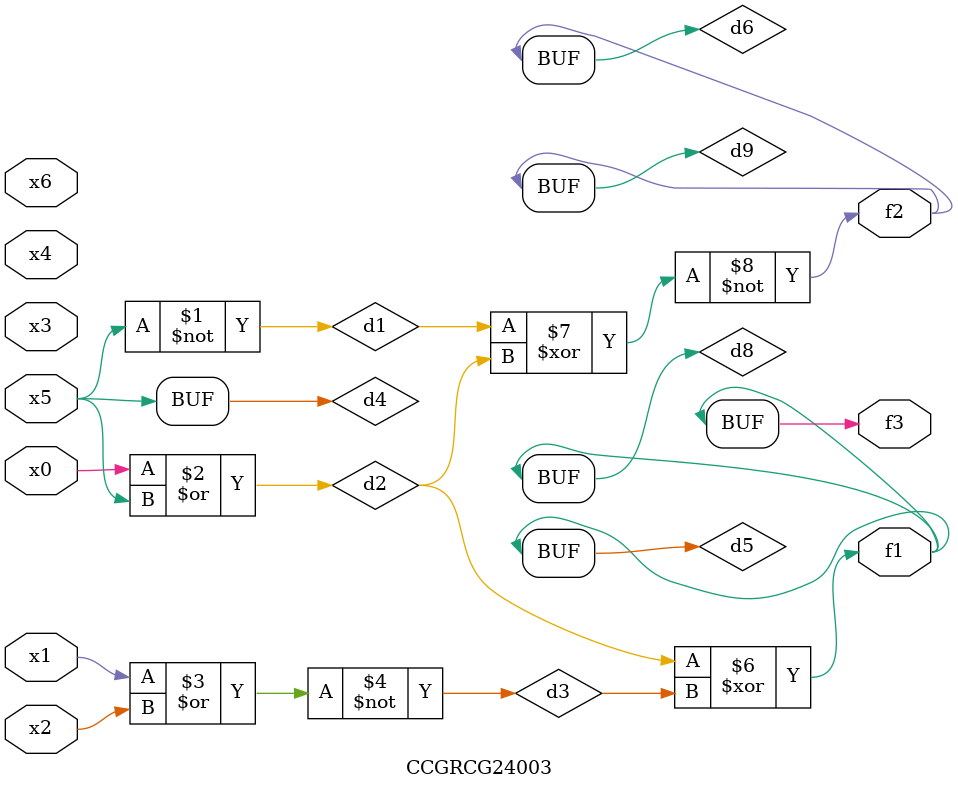
<source format=v>
module CCGRCG24003(
	input x0, x1, x2, x3, x4, x5, x6,
	output f1, f2, f3
);

	wire d1, d2, d3, d4, d5, d6, d7, d8, d9;

	nand (d1, x5);
	or (d2, x0, x5);
	nor (d3, x1, x2);
	xnor (d4, d1);
	xor (d5, d2, d3);
	xnor (d6, d1, d2);
	not (d7, x4);
	buf (d8, d5);
	xor (d9, d6);
	assign f1 = d8;
	assign f2 = d9;
	assign f3 = d8;
endmodule

</source>
